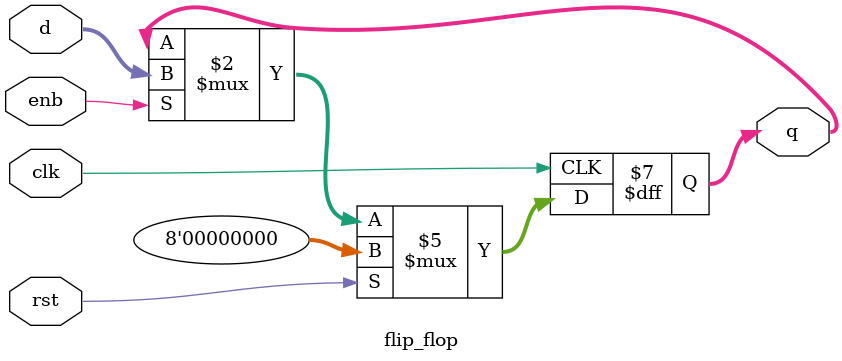
<source format=sv>
`timescale 1ns / 1ps


module flip_flop(input logic clk, rst, enb,
                 input logic [7:0] d,
                 output logic [7:0] q);

    always_ff @(posedge clk)
        if (rst) q <= 0; 
        else if (enb) q <= d;
    
endmodule

</source>
